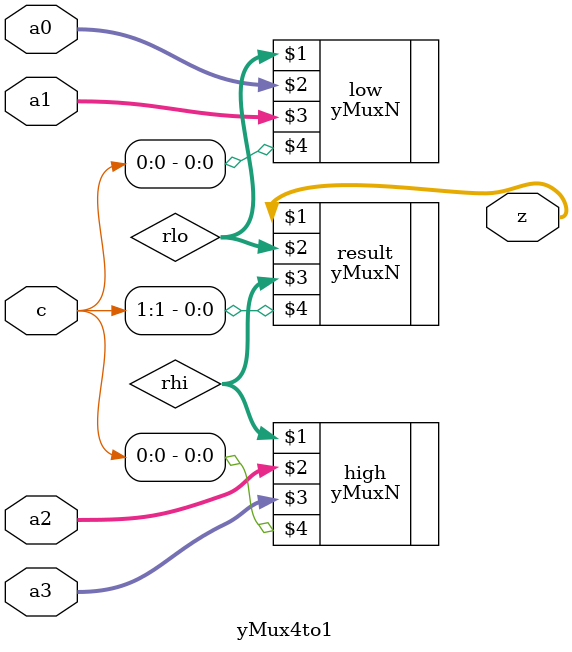
<source format=v>
module yMux4to1(z, a0, a1, a2, a3, c);
parameter SIZE = 2;//similar to constant
output [SIZE-1:0] z;
input [SIZE-1:0] a0, a1, a2, a3;
input [1:0] c;
wire [SIZE-1:0] rlo, rhi;

yMuxN #(SIZE) low(rlo, a0, a1, c[0]);
yMuxN #(SIZE) high(rhi, a2, a3, c[0]);
yMuxN #(SIZE) result(z, rlo, rhi, c[1]);
//return [1:0] z a b ,whereas(Ran2E2) as declared as a single bit but replicated

endmodule

</source>
